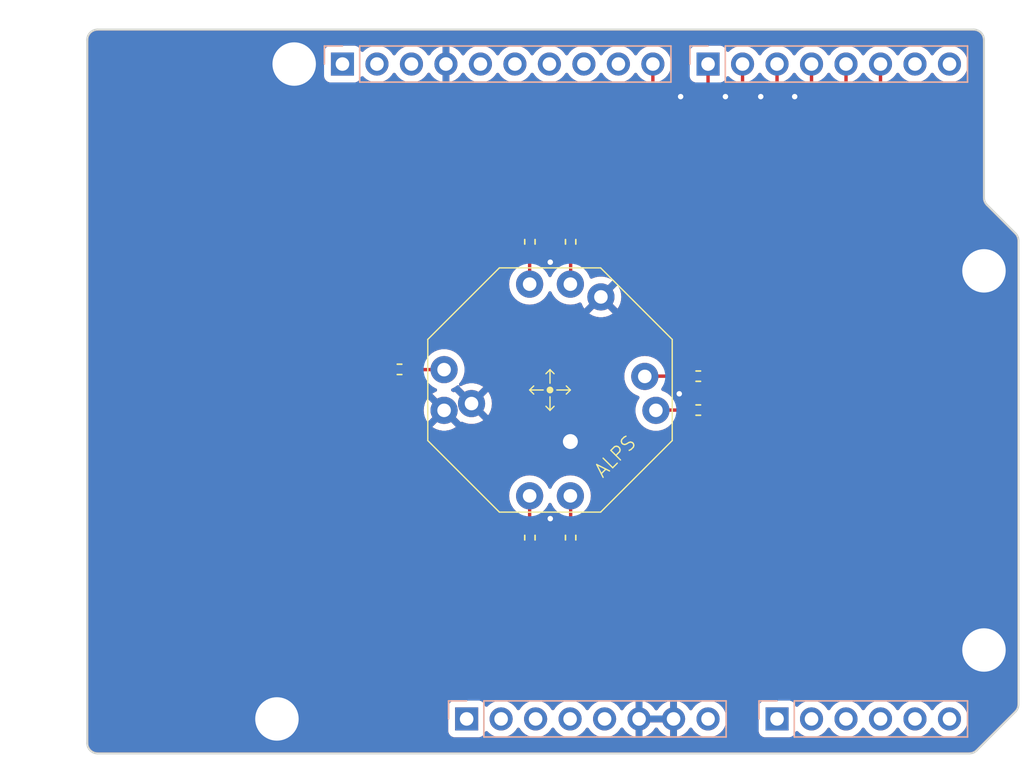
<source format=kicad_pcb>
(kicad_pcb (version 20240108) (generator "pcbnew") (generator_version "8.0")
  (title_block (date "mar. 31 mars 2015"))
  (layers (0 "F.Cu" signal) (31 "B.Cu" signal) (34 "B.Paste" user) (35 "F.Paste" user) (36 "B.SilkS" user "B.Silkscreen") (37 "F.SilkS" user "F.Silkscreen") (38 "B.Mask" user) (39 "F.Mask" user) (44 "Edge.Cuts" user))
  (net 0 "")
  (net 1 "GND")
  (net 3 "+5V")
  (net 4 "/IOREF")
  (net 5 "/A0")
  (net 6 "/A1")
  (net 7 "/A2")
  (net 8 "/A3")
  (net 9 "/SDA{slash}A4")
  (net 10 "/SCL{slash}A5")
  (net 11 "/13")
  (net 12 "/12")
  (net 13 "/AREF")
  (net 14 "/8")
  (net 15 "/7")
  (net 16 "/*11")
  (net 17 "/*10")
  (net 18 "/*9")
  (net 19 "/4")
  (net 20 "/2")
  (net 21 "/*6")
  (net 22 "/*5")
  (net 23 "/TX{slash}1")
  (net 24 "/*3")
  (net 25 "/RX{slash}0")
  (net 26 "+3V3")
  (net 27 "VCC")
  (net 28 "/~{RESET}")
  (net 29 "Net-(SW101A-A)")
  (net 30 "Net-(SW101A-B)")
  (net 31 "Net-(SW101B-UP)")
  (net 32 "Net-(SW101B-LFT)")
  (net 33 "Net-(SW101B-RGT)")
  (net 34 "Net-(SW101B-DWN)")
  (net 35 "Net-(SW101B-SEL)")
  (footprint "Resistor_SMD:R_0402_1005Metric_Pad0.72x0.64mm_HandSolder" (layer "F.Cu") (at 123 71.7)
    (property "Reference" "R106" (hide yes))
    (property "Value" "100kR")
    (fp_line (start -0.167621 -0.38) (end 0.167621 -0.38) (stroke (width 0.12)) (layer "F.SilkS"))
    (fp_line (start -0.167621 0.38) (end 0.167621 0.38) (stroke (width 0.12)) (layer "F.SilkS"))
    (pad "1" smd roundrect (at -0.5975 0) (size 0.715 0.64) (layers "F.Cu" "F.Paste" "F.Mask") (net 21 "/*6"))
    (pad "2" smd roundrect (at 0.5975 0) (size 0.715 0.64) (layers "F.Cu" "F.Paste" "F.Mask") (net 34 "Net-(SW101B-DWN)"))
  )
  (footprint "Resistor_SMD:R_0402_1005Metric_Pad0.72x0.64mm_HandSolder" (layer "F.Cu") (at 145 74.7 180)
    (property "Reference" "R103" (hide yes))
    (property "Value" "100kR")
    (fp_line (start -0.167621 0.38) (end 0.167621 0.38) (stroke (width 0.12)) (layer "F.SilkS"))
    (fp_line (start -0.167621 -0.38) (end 0.167621 -0.38) (stroke (width 0.12)) (layer "F.SilkS"))
    (pad "1" smd roundrect (at -0.5975 0 180) (size 0.715 0.64) (layers "F.Cu" "F.Paste" "F.Mask") (net 20 "/2"))
    (pad "2" smd roundrect (at 0.5975 0 180) (size 0.715 0.64) (layers "F.Cu" "F.Paste" "F.Mask") (net 31 "Net-(SW101B-UP)"))
  )
  (footprint "my-Rotary_Encoder:RKJXT1F" (layer "F.Cu") (at 134.08 73.22 90)
    (property "Reference" "SW101" (hide yes))
    (property "Value" "RKJXT1F")
    (fp_line (start 3.728 -9.000376) (end -3.728 -9.000376) (stroke (width 0.1)) (layer "F.SilkS"))
    (fp_line (start 3.728 -9.000376) (end 9.000188 -3.728188) (stroke (width 0.1)) (layer "F.SilkS"))
    (fp_line (start -3.728 -9.000376) (end -9.000188 -3.728188) (stroke (width 0.1)) (layer "F.SilkS"))
    (fp_line (start 9.000188 -3.728188) (end 9.000188 3.727812) (stroke (width 0.1)) (layer "F.SilkS"))
    (fp_line (start -9.000188 -3.728188) (end -9.000188 3.727812) (stroke (width 0.1)) (layer "F.SilkS"))
    (fp_line (start 0 -1.5) (end 0.3 -1.2) (stroke (width 0.1)) (layer "F.SilkS"))
    (fp_line (start 0 -1.5) (end -0.3 -1.2) (stroke (width 0.1)) (layer "F.SilkS"))
    (fp_line (start 0 -0.5) (end 0 -1.5) (stroke (width 0.1)) (layer "F.SilkS"))
    (fp_line (start 1.5 0) (end 1.2 -0.3) (stroke (width 0.1)) (layer "F.SilkS"))
    (fp_line (start 1.5 0) (end 1.2 0.3) (stroke (width 0.1)) (layer "F.SilkS"))
    (fp_line (start 0.5 0) (end 1.5 0) (stroke (width 0.1)) (layer "F.SilkS"))
    (fp_line (start -0.5 0) (end -1.5 0) (stroke (width 0.1)) (layer "F.SilkS"))
    (fp_line (start -1.5 0) (end -1.2 -0.3) (stroke (width 0.1)) (layer "F.SilkS"))
    (fp_line (start -1.5 0) (end -1.2 0.3) (stroke (width 0.1)) (layer "F.SilkS"))
    (fp_line (start 0 0.5) (end 0 1.5) (stroke (width 0.1)) (layer "F.SilkS"))
    (fp_line (start 0 1.5) (end 0.3 1.2) (stroke (width 0.1)) (layer "F.SilkS"))
    (fp_line (start 0 1.5) (end -0.3 1.2) (stroke (width 0.1)) (layer "F.SilkS"))
    (fp_line (start -9.000188 3.727812) (end -3.728 9) (stroke (width 0.1)) (layer "F.SilkS"))
    (fp_line (start 3.728 9) (end 9.000188 3.727812) (stroke (width 0.1)) (layer "F.SilkS"))
    (fp_line (start -3.728 9) (end 3.728 9) (stroke (width 0.1)) (layer "F.SilkS"))
    (fp_circle (center 0 0) (end 0.2 0) (stroke (width 0.1)) (fill solid) (layer "F.SilkS"))
    (fp_text user "ALPS" (at -4.9 4.8 45) (layer "F.SilkS") (effects (font (thickness 0.1))))
    (pad "" np_thru_hole circle (at -3.8 1.5 90) (size 1.1 1.1) (drill 1.1) (layers "F&B.Cu" "*.Mask"))
    (pad "1" thru_hole circle (at -7.8 1.5 90) (size 2 2) (drill 1) (layers "*.Cu" "*.Mask") (net 29 "Net-(SW101A-A)"))
    (pad "2" thru_hole circle (at -1.5 -7.8 180) (size 2 2) (drill 1) (layers "*.Cu" "*.Mask") (net 1 "GND"))
    (pad "3" thru_hole circle (at 7.8 -1.5 90) (size 2 2) (drill 1) (layers "*.Cu" "*.Mask") (net 30 "Net-(SW101A-B)"))
    (pad "4" thru_hole circle (at -1.5 7.8 180) (size 2 2) (drill 1) (layers "*.Cu" "*.Mask") (net 31 "Net-(SW101B-UP)"))
    (pad "5" thru_hole circle (at 7.8 1.5 90) (size 2 2) (drill 1) (layers "*.Cu" "*.Mask") (net 32 "Net-(SW101B-LFT)"))
    (pad "6" thru_hole circle (at -7.8 -1.5 90) (size 2 2) (drill 1) (layers "*.Cu" "*.Mask") (net 33 "Net-(SW101B-RGT)"))
    (pad "7" thru_hole circle (at 1.5 -7.8 180) (size 2 2) (drill 1) (layers "*.Cu" "*.Mask") (net 34 "Net-(SW101B-DWN)"))
    (pad "8" thru_hole circle (at 1 6.98 180) (size 2 2) (drill 1) (layers "*.Cu" "*.Mask") (net 35 "Net-(SW101B-SEL)"))
    (pad "9" thru_hole circle (at -1 -5.78 180) (size 2 2) (drill 1) (layers "*.Cu" "*.Mask") (net 1 "GND"))
    (pad "10" thru_hole circle (at 6.86 3.75 180) (size 2 2) (drill 1) (layers "*.Cu" "*.Mask") (net 1 "GND"))
  )
  (footprint "Arduino_MountingHole:MountingHole_3.2mm" (layer "F.Cu") (at 115.24 49.2)
    (property "Reference" "MH1" (hide yes))
    (property "Value" "MountingHole_3.2mm" (hide yes))
    (pad "" np_thru_hole circle (at 0 0) (size 3.2 3.2) (drill 3.2) (layers "*.Cu" "*.Mask"))
  )
  (footprint "Resistor_SMD:R_0402_1005Metric_Pad0.72x0.64mm_HandSolder" (layer "F.Cu") (at 145 72.2 180)
    (property "Reference" "R107" (hide yes))
    (property "Value" "100kR")
    (fp_line (start -0.167621 0.38) (end 0.167621 0.38) (stroke (width 0.12)) (layer "F.SilkS"))
    (fp_line (start -0.167621 -0.38) (end 0.167621 -0.38) (stroke (width 0.12)) (layer "F.SilkS"))
    (pad "1" smd roundrect (at -0.5975 0 180) (size 0.715 0.64) (layers "F.Cu" "F.Paste" "F.Mask") (net 24 "/*3"))
    (pad "2" smd roundrect (at 0.5975 0 180) (size 0.715 0.64) (layers "F.Cu" "F.Paste" "F.Mask") (net 35 "Net-(SW101B-SEL)"))
  )
  (footprint "Resistor_SMD:R_0402_1005Metric_Pad0.72x0.64mm_HandSolder" (layer "F.Cu") (at 132.6 62.3 -90)
    (property "Reference" "R102" (hide yes))
    (property "Value" "100kR")
    (fp_line (start -0.167621 0.38) (end 0.167621 0.38) (stroke (width 0.12)) (layer "F.SilkS"))
    (fp_line (start -0.167621 -0.38) (end 0.167621 -0.38) (stroke (width 0.12)) (layer "F.SilkS"))
    (pad "1" smd roundrect (at -0.5975 0 270) (size 0.715 0.64) (layers "F.Cu" "F.Paste" "F.Mask") (net 22 "/*5"))
    (pad "2" smd roundrect (at 0.5975 0 270) (size 0.715 0.64) (layers "F.Cu" "F.Paste" "F.Mask") (net 30 "Net-(SW101A-B)"))
  )
  (footprint "Resistor_SMD:R_0402_1005Metric_Pad0.72x0.64mm_HandSolder" (layer "F.Cu") (at 135.6 84.1 90)
    (property "Reference" "R101" (hide yes))
    (property "Value" "100kR")
    (fp_line (start -0.167621 -0.38) (end 0.167621 -0.38) (stroke (width 0.12)) (layer "F.SilkS"))
    (fp_line (start -0.167621 0.38) (end 0.167621 0.38) (stroke (width 0.12)) (layer "F.SilkS"))
    (pad "1" smd roundrect (at -0.5975 0 90) (size 0.715 0.64) (layers "F.Cu" "F.Paste" "F.Mask") (net 14 "/8"))
    (pad "2" smd roundrect (at 0.5975 0 90) (size 0.715 0.64) (layers "F.Cu" "F.Paste" "F.Mask") (net 29 "Net-(SW101A-A)"))
  )
  (footprint "Resistor_SMD:R_0402_1005Metric_Pad0.72x0.64mm_HandSolder" (layer "F.Cu") (at 132.6 84.1 90)
    (property "Reference" "R105" (hide yes))
    (property "Value" "100kR")
    (fp_line (start -0.167621 -0.38) (end 0.167621 -0.38) (stroke (width 0.12)) (layer "F.SilkS"))
    (fp_line (start -0.167621 0.38) (end 0.167621 0.38) (stroke (width 0.12)) (layer "F.SilkS"))
    (pad "1" smd roundrect (at -0.5975 0 90) (size 0.715 0.64) (layers "F.Cu" "F.Paste" "F.Mask") (net 15 "/7"))
    (pad "2" smd roundrect (at 0.5975 0 90) (size 0.715 0.64) (layers "F.Cu" "F.Paste" "F.Mask") (net 33 "Net-(SW101B-RGT)"))
  )
  (footprint "Arduino_MountingHole:MountingHole_3.2mm" (layer "F.Cu") (at 113.97 97.46)
    (property "Reference" "MH2" (hide yes))
    (property "Value" "MountingHole_3.2mm" (hide yes))
    (pad "" np_thru_hole circle (at 0 0) (size 3.2 3.2) (drill 3.2) (layers "*.Cu" "*.Mask"))
  )
  (footprint "Arduino_MountingHole:MountingHole_3.2mm" (layer "F.Cu") (at 166.04 64.44)
    (property "Reference" "MH3" (hide yes))
    (property "Value" "MountingHole_3.2mm" (hide yes))
    (pad "" np_thru_hole circle (at 0 0) (size 3.2 3.2) (drill 3.2) (layers "*.Cu" "*.Mask"))
  )
  (footprint "Arduino_MountingHole:MountingHole_3.2mm" (layer "F.Cu") (at 166.04 92.38)
    (property "Reference" "MH4" (hide yes))
    (property "Value" "MountingHole_3.2mm" (hide yes))
    (pad "" np_thru_hole circle (at 0 0) (size 3.2 3.2) (drill 3.2) (layers "*.Cu" "*.Mask"))
  )
  (footprint "Resistor_SMD:R_0402_1005Metric_Pad0.72x0.64mm_HandSolder" (layer "F.Cu") (at 135.6 62.3 -90)
    (property "Reference" "R104" (hide yes))
    (property "Value" "100kR")
    (fp_line (start -0.167621 0.38) (end 0.167621 0.38) (stroke (width 0.12)) (layer "F.SilkS"))
    (fp_line (start -0.167621 -0.38) (end 0.167621 -0.38) (stroke (width 0.12)) (layer "F.SilkS"))
    (pad "1" smd roundrect (at -0.5975 0 270) (size 0.715 0.64) (layers "F.Cu" "F.Paste" "F.Mask") (net 19 "/4"))
    (pad "2" smd roundrect (at 0.5975 0 270) (size 0.715 0.64) (layers "F.Cu" "F.Paste" "F.Mask") (net 32 "Net-(SW101B-LFT)"))
  )
  (footprint "Connector_PinHeader_2.54mm:PinHeader_1x08_P2.54mm_Vertical" (layer "B.Cu") (at 127.94 97.46 -90)
    (property "Reference" "J1" (hide yes))
    (property "Value" "Power")
    (fp_line (start -1.33 1.33) (end -1.33 0) (stroke (width 0.12)) (layer "B.SilkS"))
    (fp_line (start 0 1.33) (end -1.33 1.33) (stroke (width 0.12)) (layer "B.SilkS"))
    (fp_line (start 1.33 -1.27) (end -1.33 -1.27) (stroke (width 0.12)) (layer "B.SilkS"))
    (fp_line (start -1.33 -19.11) (end -1.33 -1.27) (stroke (width 0.12)) (layer "B.SilkS"))
    (fp_line (start 1.33 -19.11) (end 1.33 -1.27) (stroke (width 0.12)) (layer "B.SilkS"))
    (fp_line (start 1.33 -19.11) (end -1.33 -19.11) (stroke (width 0.12)) (layer "B.SilkS"))
    (pad "1" thru_hole rect (at 0 0 270) (size 1.7 1.7) (drill 1) (layers "*.Cu" "*.Mask"))
    (pad "2" thru_hole oval (at 0 -2.54 270) (size 1.7 1.7) (drill 1) (layers "*.Cu" "*.Mask") (net 4 "/IOREF"))
    (pad "3" thru_hole oval (at 0 -5.08 270) (size 1.7 1.7) (drill 1) (layers "*.Cu" "*.Mask") (net 28 "/~{RESET}"))
    (pad "4" thru_hole oval (at 0 -7.62 270) (size 1.7 1.7) (drill 1) (layers "*.Cu" "*.Mask") (net 26 "+3V3"))
    (pad "5" thru_hole oval (at 0 -10.16 270) (size 1.7 1.7) (drill 1) (layers "*.Cu" "*.Mask") (net 3 "+5V"))
    (pad "6" thru_hole oval (at 0 -12.7 270) (size 1.7 1.7) (drill 1) (layers "*.Cu" "*.Mask") (net 1 "GND"))
    (pad "7" thru_hole oval (at 0 -15.24 270) (size 1.7 1.7) (drill 1) (layers "*.Cu" "*.Mask") (net 1 "GND"))
    (pad "8" thru_hole oval (at 0 -17.78 270) (size 1.7 1.7) (drill 1) (layers "*.Cu" "*.Mask") (net 27 "VCC"))
  )
  (footprint "Connector_PinHeader_2.54mm:PinHeader_1x06_P2.54mm_Vertical" (layer "B.Cu") (at 150.8 97.46 -90)
    (property "Reference" "J3" (hide yes))
    (property "Value" "Analog")
    (fp_line (start -1.33 1.33) (end -1.33 0) (stroke (width 0.12)) (layer "B.SilkS"))
    (fp_line (start 0 1.33) (end -1.33 1.33) (stroke (width 0.12)) (layer "B.SilkS"))
    (fp_line (start 1.33 -1.27) (end -1.33 -1.27) (stroke (width 0.12)) (layer "B.SilkS"))
    (fp_line (start -1.33 -14.03) (end -1.33 -1.27) (stroke (width 0.12)) (layer "B.SilkS"))
    (fp_line (start 1.33 -14.03) (end 1.33 -1.27) (stroke (width 0.12)) (layer "B.SilkS"))
    (fp_line (start 1.33 -14.03) (end -1.33 -14.03) (stroke (width 0.12)) (layer "B.SilkS"))
    (pad "1" thru_hole rect (at 0 0 270) (size 1.7 1.7) (drill 1) (layers "*.Cu" "*.Mask") (net 5 "/A0"))
    (pad "2" thru_hole oval (at 0 -2.54 270) (size 1.7 1.7) (drill 1) (layers "*.Cu" "*.Mask") (net 6 "/A1"))
    (pad "3" thru_hole oval (at 0 -5.08 270) (size 1.7 1.7) (drill 1) (layers "*.Cu" "*.Mask") (net 7 "/A2"))
    (pad "4" thru_hole oval (at 0 -7.62 270) (size 1.7 1.7) (drill 1) (layers "*.Cu" "*.Mask") (net 8 "/A3"))
    (pad "5" thru_hole oval (at 0 -10.16 270) (size 1.7 1.7) (drill 1) (layers "*.Cu" "*.Mask"))
    (pad "6" thru_hole oval (at 0 -12.7 270) (size 1.7 1.7) (drill 1) (layers "*.Cu" "*.Mask"))
  )
  (footprint "Connector_PinHeader_2.54mm:PinHeader_1x10_P2.54mm_Vertical" (layer "B.Cu") (at 118.796 49.2 -90)
    (property "Reference" "J2" (hide yes))
    (property "Value" "Digital/PWM")
    (fp_line (start -1.33 1.33) (end -1.33 0) (stroke (width 0.12)) (layer "B.SilkS"))
    (fp_line (start 0 1.33) (end -1.33 1.33) (stroke (width 0.12)) (layer "B.SilkS"))
    (fp_line (start 1.33 -1.27) (end -1.33 -1.27) (stroke (width 0.12)) (layer "B.SilkS"))
    (fp_line (start -1.33 -24.19) (end -1.33 -1.27) (stroke (width 0.12)) (layer "B.SilkS"))
    (fp_line (start 1.33 -24.19) (end 1.33 -1.27) (stroke (width 0.12)) (layer "B.SilkS"))
    (fp_line (start 1.33 -24.19) (end -1.33 -24.19) (stroke (width 0.12)) (layer "B.SilkS"))
    (pad "1" thru_hole rect (at 0 0 270) (size 1.7 1.7) (drill 1) (layers "*.Cu" "*.Mask") (net 10 "/SCL{slash}A5"))
    (pad "2" thru_hole oval (at 0 -2.54 270) (size 1.7 1.7) (drill 1) (layers "*.Cu" "*.Mask") (net 9 "/SDA{slash}A4"))
    (pad "3" thru_hole oval (at 0 -5.08 270) (size 1.7 1.7) (drill 1) (layers "*.Cu" "*.Mask") (net 13 "/AREF"))
    (pad "4" thru_hole oval (at 0 -7.62 270) (size 1.7 1.7) (drill 1) (layers "*.Cu" "*.Mask") (net 1 "GND"))
    (pad "5" thru_hole oval (at 0 -10.16 270) (size 1.7 1.7) (drill 1) (layers "*.Cu" "*.Mask") (net 11 "/13"))
    (pad "6" thru_hole oval (at 0 -12.7 270) (size 1.7 1.7) (drill 1) (layers "*.Cu" "*.Mask") (net 12 "/12"))
    (pad "7" thru_hole oval (at 0 -15.24 270) (size 1.7 1.7) (drill 1) (layers "*.Cu" "*.Mask") (net 16 "/*11"))
    (pad "8" thru_hole oval (at 0 -17.78 270) (size 1.7 1.7) (drill 1) (layers "*.Cu" "*.Mask") (net 17 "/*10"))
    (pad "9" thru_hole oval (at 0 -20.32 270) (size 1.7 1.7) (drill 1) (layers "*.Cu" "*.Mask") (net 18 "/*9"))
    (pad "10" thru_hole oval (at 0 -22.86 270) (size 1.7 1.7) (drill 1) (layers "*.Cu" "*.Mask") (net 14 "/8"))
  )
  (footprint "Connector_PinHeader_2.54mm:PinHeader_1x08_P2.54mm_Vertical" (layer "B.Cu") (at 145.72 49.2 -90)
    (property "Reference" "J4" (hide yes))
    (property "Value" "Digital/PWM")
    (fp_line (start -1.33 1.33) (end -1.33 0) (stroke (width 0.12)) (layer "B.SilkS"))
    (fp_line (start 0 1.33) (end -1.33 1.33) (stroke (width 0.12)) (layer "B.SilkS"))
    (fp_line (start 1.33 -1.27) (end -1.33 -1.27) (stroke (width 0.12)) (layer "B.SilkS"))
    (fp_line (start -1.33 -19.11) (end -1.33 -1.27) (stroke (width 0.12)) (layer "B.SilkS"))
    (fp_line (start 1.33 -19.11) (end 1.33 -1.27) (stroke (width 0.12)) (layer "B.SilkS"))
    (fp_line (start 1.33 -19.11) (end -1.33 -19.11) (stroke (width 0.12)) (layer "B.SilkS"))
    (pad "1" thru_hole rect (at 0 0 270) (size 1.7 1.7) (drill 1) (layers "*.Cu" "*.Mask") (net 15 "/7"))
    (pad "2" thru_hole oval (at 0 -2.54 270) (size 1.7 1.7) (drill 1) (layers "*.Cu" "*.Mask") (net 21 "/*6"))
    (pad "3" thru_hole oval (at 0 -5.08 270) (size 1.7 1.7) (drill 1) (layers "*.Cu" "*.Mask") (net 22 "/*5"))
    (pad "4" thru_hole oval (at 0 -7.62 270) (size 1.7 1.7) (drill 1) (layers "*.Cu" "*.Mask") (net 19 "/4"))
    (pad "5" thru_hole oval (at 0 -10.16 270) (size 1.7 1.7) (drill 1) (layers "*.Cu" "*.Mask") (net 24 "/*3"))
    (pad "6" thru_hole oval (at 0 -12.7 270) (size 1.7 1.7) (drill 1) (layers "*.Cu" "*.Mask") (net 20 "/2"))
    (pad "7" thru_hole oval (at 0 -15.24 270) (size 1.7 1.7) (drill 1) (layers "*.Cu" "*.Mask") (net 23 "/TX{slash}1"))
    (pad "8" thru_hole oval (at 0 -17.78 270) (size 1.7 1.7) (drill 1) (layers "*.Cu" "*.Mask") (net 25 "/RX{slash}0"))
  )
  (gr_line (start 166.263185 59.583185) (end 168.356816 61.676816) (stroke (width 0.15)) (layer "Edge.Cuts"))
  (gr_line (start 100 99.238) (end 100 47.422) (stroke (width 0.15)) (layer "Edge.Cuts"))
  (gr_arc (start 166.263185 59.583185) (mid 166.098004 59.335974) (end 166.04 59.044369) (stroke (width 0.15)) (layer "Edge.Cuts"))
  (gr_arc (start 165.278 46.66) (mid 165.816815 46.883185) (end 166.04 47.422) (stroke (width 0.15)) (layer "Edge.Cuts"))
  (gr_line (start 168.58 62.215631) (end 168.58 96.382369) (stroke (width 0.15)) (layer "Edge.Cuts"))
  (gr_line (start 164.962369 100) (end 100.762 100) (stroke (width 0.15)) (layer "Edge.Cuts"))
  (gr_line (start 165.501185 99.776815) (end 168.356816 96.921184) (stroke (width 0.15)) (layer "Edge.Cuts"))
  (gr_line (start 100.762 46.66) (end 165.278 46.66) (stroke (width 0.15)) (layer "Edge.Cuts"))
  (gr_arc (start 100.762 100) (mid 100.223185 99.776815) (end 100 99.238) (stroke (width 0.15)) (layer "Edge.Cuts"))
  (gr_arc (start 168.58 96.382369) (mid 168.522006 96.67398) (end 168.356816 96.921184) (stroke (width 0.15)) (layer "Edge.Cuts"))
  (gr_arc (start 165.501185 99.776815) (mid 165.253974 99.941996) (end 164.962369 100) (stroke (width 0.15)) (layer "Edge.Cuts"))
  (gr_arc (start 168.356816 61.676816) (mid 168.521997 61.924026) (end 168.58 62.215631) (stroke (width 0.15)) (layer "Edge.Cuts"))
  (gr_line (start 166.04 47.422) (end 166.04 59.044369) (stroke (width 0.15)) (layer "Edge.Cuts"))
  (gr_arc (start 100 47.422) (mid 100.223185 46.883185) (end 100.762 46.66) (stroke (width 0.15)) (layer "Edge.Cuts"))
  (via (at 143.7 51.6) (size 0.6) (drill 0.4) (layers "F.Cu" "B.Cu") (net 1))
  (via (at 134.1 82.7) (size 0.6) (drill 0.4) (layers "F.Cu" "B.Cu") (net 1))
  (via (at 149.6 51.6) (size 0.6) (drill 0.4) (layers "F.Cu" "B.Cu") (net 1))
  (via (at 147 51.6) (size 0.6) (drill 0.4) (layers "F.Cu" "B.Cu") (net 1))
  (via (at 134.1 63.8) (size 0.6) (drill 0.4) (layers "F.Cu" "B.Cu") (net 1))
  (via (at 152.1 51.6) (size 0.6) (drill 0.4) (layers "F.Cu" "B.Cu") (net 1))
  (via (at 143.6 73.5) (size 0.6) (drill 0.4) (layers "F.Cu" "B.Cu") (net 1))
  (segment (start 135.3 85.5) (end 135.6 85.2) (width 0.25) (layer "F.Cu") (net 14))
  (segment (start 127.8 85.5) (end 135.3 85.5) (width 0.25) (layer "F.Cu") (net 14))
  (segment (start 121.2 64.8) (end 121.2 78.9) (width 0.25) (layer "F.Cu") (net 14))
  (segment (start 141.656 57.944) (end 140.3 59.3) (width 0.25) (layer "F.Cu") (net 14))
  (segment (start 126.7 59.3) (end 121.2 64.8) (width 0.25) (layer "F.Cu") (net 14))
  (segment (start 135.6 85.2) (end 135.6 84.58) (width 0.25) (layer "F.Cu") (net 14))
  (segment (start 140.3 59.3) (end 126.7 59.3) (width 0.25) (layer "F.Cu") (net 14))
  (segment (start 121.2 78.9) (end 127.8 85.5) (width 0.25) (layer "F.Cu") (net 14))
  (segment (start 141.656 49.2) (end 141.656 57.944) (width 0.25) (layer "F.Cu") (net 14))
  (segment (start 141.85 59.75) (end 145.72 55.88) (width 0.25) (layer "F.Cu") (net 15))
  (segment (start 121.7 65.1) (end 127.05 59.75) (width 0.25) (layer "F.Cu") (net 15))
  (segment (start 132.6 84.58) (end 132.48 84.7) (width 0.25) (layer "F.Cu") (net 15))
  (segment (start 145.72 55.88) (end 145.72 49.2) (width 0.25) (layer "F.Cu") (net 15))
  (segment (start 121.7 78.5) (end 121.7 65.1) (width 0.25) (layer "F.Cu") (net 15))
  (segment (start 127.05 59.75) (end 141.85 59.75) (width 0.25) (layer "F.Cu") (net 15))
  (segment (start 127.9 84.7) (end 121.7 78.5) (width 0.25) (layer "F.Cu") (net 15))
  (segment (start 132.48 84.7) (end 127.9 84.7) (width 0.25) (layer "F.Cu") (net 15))
  (segment (start 148.4 61.7) (end 153.34 56.76) (width 0.25) (layer "F.Cu") (net 19))
  (segment (start 153.34 56.76) (end 153.34 49.2) (width 0.25) (layer "F.Cu") (net 19))
  (segment (start 135.6 61.82) (end 135.72 61.7) (width 0.25) (layer "F.Cu") (net 19))
  (segment (start 135.72 61.7) (end 148.4 61.7) (width 0.25) (layer "F.Cu") (net 19))
  (segment (start 158.42 69.28) (end 158.42 49.2) (width 0.25) (layer "F.Cu") (net 20))
  (segment (start 153 74.7) (end 158.42 69.28) (width 0.25) (layer "F.Cu") (net 20))
  (segment (start 145.48 74.7) (end 153 74.7) (width 0.25) (layer "F.Cu") (net 20))
  (segment (start 122.4 65.2) (end 127.4 60.2) (width 0.25) (layer "F.Cu") (net 21))
  (segment (start 127.4 60.2) (end 144.5 60.2) (width 0.25) (layer "F.Cu") (net 21))
  (segment (start 144.5 60.2) (end 148.26 56.44) (width 0.25) (layer "F.Cu") (net 21))
  (segment (start 122.52 71.7) (end 122.4 71.58) (width 0.25) (layer "F.Cu") (net 21))
  (segment (start 148.26 56.44) (end 148.26 49.2) (width 0.25) (layer "F.Cu") (net 21))
  (segment (start 122.4 71.58) (end 122.4 65.2) (width 0.25) (layer "F.Cu") (net 21))
  (segment (start 148.1 60.7) (end 150.8 58) (width 0.25) (layer "F.Cu") (net 22))
  (segment (start 133 60.7) (end 148.1 60.7) (width 0.25) (layer "F.Cu") (net 22))
  (segment (start 132.6 61.1) (end 133 60.7) (width 0.25) (layer "F.Cu") (net 22))
  (segment (start 132.6 61.82) (end 132.6 61.1) (width 0.25) (layer "F.Cu") (net 22))
  (segment (start 150.8 58) (end 150.8 49.2) (width 0.25) (layer "F.Cu") (net 22))
  (segment (start 155.88 69.02) (end 152.7 72.2) (width 0.25) (layer "F.Cu") (net 24))
  (segment (start 155.88 49.2) (end 155.88 69.02) (width 0.25) (layer "F.Cu") (net 24))
  (segment (start 152.7 72.2) (end 145.48 72.2) (width 0.25) (layer "F.Cu") (net 24))
  (segment (start 135.6 81.04) (end 135.58 81.02) (width 0.25) (layer "F.Cu") (net 29))
  (segment (start 135.6 83.62) (end 135.6 81.04) (width 0.25) (layer "F.Cu") (net 29))
  (segment (start 132.58 62.8) (end 132.6 62.78) (width 0.25) (layer "F.Cu") (net 30))
  (segment (start 132.58 65.42) (end 132.58 62.8) (width 0.25) (layer "F.Cu") (net 30))
  (segment (start 144.52 74.7) (end 141.9 74.7) (width 0.25) (layer "F.Cu") (net 31))
  (segment (start 141.9 74.7) (end 141.88 74.72) (width 0.25) (layer "F.Cu") (net 31))
  (segment (start 135.6 62.78) (end 135.6 65.4) (width 0.25) (layer "F.Cu") (net 32))
  (segment (start 135.6 65.4) (end 135.58 65.42) (width 0.25) (layer "F.Cu") (net 32))
  (segment (start 132.58 83.6) (end 132.6 83.62) (width 0.25) (layer "F.Cu") (net 33))
  (segment (start 132.58 81.02) (end 132.58 83.6) (width 0.25) (layer "F.Cu") (net 33))
  (segment (start 123.5 71.72) (end 123.48 71.7) (width 0.25) (layer "F.Cu") (net 34))
  (segment (start 126.28 71.72) (end 123.5 71.72) (width 0.25) (layer "F.Cu") (net 34))
  (segment (start 144.52 72.2) (end 141.08 72.2) (width 0.25) (layer "F.Cu") (net 35))
  (segment (start 141.08 72.2) (end 141.06 72.22) (width 0.25) (layer "F.Cu") (net 35))
  (zone (net 1) (net_name "GND") (layers "F&B.Cu") (connect_pads (clearance 0.508)) (min_thickness 0.25) (fill yes (thermal_gap 0.5) (thermal_bridge_width 0.5))
    (polygon (pts (xy 99 46) (xy 169 46) (xy 169 101) (xy 100 101) (xy 99 101) (xy 99 96)))
  )
)
</source>
